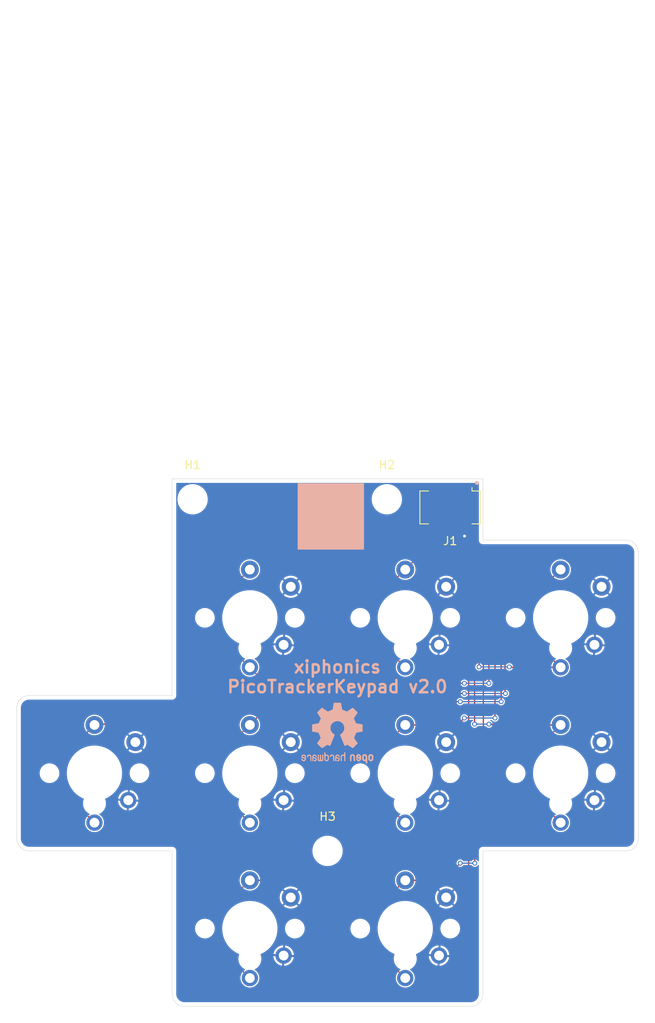
<source format=kicad_pcb>
(kicad_pcb (version 20240108) (generator "pcbnew") (generator_version "8.0")
  (layers (0 "F.Cu" signal) (31 "B.Cu" signal) (34 "B.Paste" user) (35 "F.Paste" user) (36 "B.SilkS" user "B.Silkscreen") (37 "F.SilkS" user "F.Silkscreen") (38 "B.Mask" user) (39 "F.Mask" user) (44 "Edge.Cuts" user))
  (net 0 "")
  (net 1 "GND")
  (net 2 "+3.3V")
  (net 12 "/INPUT_LEFT")
  (net 13 "/INPUT_NAV")
  (net 14 "/INPUT_RIGHT")
  (net 15 "/INPUT_UP")
  (net 16 "/INPUT_EDIT")
  (net 17 "/INPUT_ALT")
  (net 18 "/INPUT_DOWN")
  (net 19 "/INPUT_PLAY")
  (net 20 "/INPUT_ENTER")
  (footprint "MountingHole:MountingHole_3.2mm_M3" (layer "F.Cu") (at 40 104)
    (property "Reference" "H3" (at 0 -4.2 0) (layer "F.SilkS"))
    (property "Value" "MountingHole")
    (pad "" np_thru_hole circle (at 0 0) (size 3.2 3.2) (drill 3.2) (layers "*.Cu" "*.Mask"))
  )
  (footprint "project:Cherry-MX-Low-Profile-kailh" (layer "F.Cu") (at 30.5 94.5)
    (property "Reference" "SW4")
    (property "Value" "DOWN" (hide yes))
    (pad "" np_thru_hole circle (at -5.5 0) (size 1.9 1.9) (drill 1.9) (layers "F&B.Cu" "*.Mask"))
    (pad "" np_thru_hole circle (at 0 0 180) (size 6.25 6.25) (drill 6.25) (layers "*.Cu" "*.Mask"))
    (pad "" np_thru_hole circle (at 0 3.7 180) (size 2.3 2.3) (drill 2.3) (layers "*.Cu" "*.Mask"))
    (pad "" np_thru_hole circle (at 5.5 0) (size 1.9 1.9) (drill 1.9) (layers "F&B.Cu" "*.Mask"))
    (pad "1" thru_hole circle (at 0 -5.9) (size 2.2 2.2) (drill 1.2) (layers "*.Cu" "*.Mask") (net 18 "/INPUT_DOWN"))
    (pad "1" thru_hole circle (at 0 6.05 180) (size 2 2) (drill 1.2) (layers "*.Cu" "*.Mask") (net 18 "/INPUT_DOWN"))
    (pad "2" thru_hole circle (at 4.13 3.3 41.9) (size 2 2) (drill 1.2) (layers "*.Cu" "*.Mask") (net 1 "GND"))
    (pad "2" thru_hole circle (at 5 -3.8) (size 2.2 2.2) (drill 1.2) (layers "*.Cu" "*.Mask") (net 1 "GND"))
  )
  (footprint "project:Cherry-MX-Low-Profile-kailh" (layer "F.Cu") (at 49.5 75.5)
    (property "Reference" "SW11")
    (property "Value" "PLAY" (hide yes))
    (pad "" np_thru_hole circle (at -5.5 0) (size 1.9 1.9) (drill 1.9) (layers "F&B.Cu" "*.Mask"))
    (pad "" np_thru_hole circle (at 0 0 180) (size 6.25 6.25) (drill 6.25) (layers "*.Cu" "*.Mask"))
    (pad "" np_thru_hole circle (at 0 3.7 180) (size 2.3 2.3) (drill 2.3) (layers "*.Cu" "*.Mask"))
    (pad "" np_thru_hole circle (at 5.5 0) (size 1.9 1.9) (drill 1.9) (layers "F&B.Cu" "*.Mask"))
    (pad "1" thru_hole circle (at 0 -5.9) (size 2.2 2.2) (drill 1.2) (layers "*.Cu" "*.Mask") (net 19 "/INPUT_PLAY"))
    (pad "1" thru_hole circle (at 0 6.05 180) (size 2 2) (drill 1.2) (layers "*.Cu" "*.Mask") (net 19 "/INPUT_PLAY"))
    (pad "2" thru_hole circle (at 4.13 3.3 41.9) (size 2 2) (drill 1.2) (layers "*.Cu" "*.Mask") (net 1 "GND"))
    (pad "2" thru_hole circle (at 5 -3.8) (size 2.2 2.2) (drill 1.2) (layers "*.Cu" "*.Mask") (net 1 "GND"))
  )
  (footprint "project:Cherry-MX-Low-Profile-kailh" (layer "F.Cu") (at 11.5 94.5)
    (property "Reference" "SW3")
    (property "Value" "LEFT" (hide yes))
    (pad "" np_thru_hole circle (at -5.5 0) (size 1.9 1.9) (drill 1.9) (layers "F&B.Cu" "*.Mask"))
    (pad "" np_thru_hole circle (at 0 0 180) (size 6.25 6.25) (drill 6.25) (layers "*.Cu" "*.Mask"))
    (pad "" np_thru_hole circle (at 0 3.7 180) (size 2.3 2.3) (drill 2.3) (layers "*.Cu" "*.Mask"))
    (pad "" np_thru_hole circle (at 5.5 0) (size 1.9 1.9) (drill 1.9) (layers "F&B.Cu" "*.Mask"))
    (pad "1" thru_hole circle (at 0 -5.9) (size 2.2 2.2) (drill 1.2) (layers "*.Cu" "*.Mask") (net 12 "/INPUT_LEFT"))
    (pad "1" thru_hole circle (at 0 6.05 180) (size 2 2) (drill 1.2) (layers "*.Cu" "*.Mask") (net 12 "/INPUT_LEFT"))
    (pad "2" thru_hole circle (at 4.13 3.3 41.9) (size 2 2) (drill 1.2) (layers "*.Cu" "*.Mask") (net 1 "GND"))
    (pad "2" thru_hole circle (at 5 -3.8) (size 2.2 2.2) (drill 1.2) (layers "*.Cu" "*.Mask") (net 1 "GND"))
  )
  (footprint "project:Cherry-MX-Low-Profile-kailh" (layer "F.Cu") (at 30.5 75.5)
    (property "Reference" "SW6")
    (property "Value" "UP" (hide yes))
    (pad "" np_thru_hole circle (at -5.5 0) (size 1.9 1.9) (drill 1.9) (layers "F&B.Cu" "*.Mask"))
    (pad "" np_thru_hole circle (at 0 0 180) (size 6.25 6.25) (drill 6.25) (layers "*.Cu" "*.Mask"))
    (pad "" np_thru_hole circle (at 0 3.7 180) (size 2.3 2.3) (drill 2.3) (layers "*.Cu" "*.Mask"))
    (pad "" np_thru_hole circle (at 5.5 0) (size 1.9 1.9) (drill 1.9) (layers "F&B.Cu" "*.Mask"))
    (pad "1" thru_hole circle (at 0 -5.9) (size 2.2 2.2) (drill 1.2) (layers "*.Cu" "*.Mask") (net 15 "/INPUT_UP"))
    (pad "1" thru_hole circle (at 0 6.05 180) (size 2 2) (drill 1.2) (layers "*.Cu" "*.Mask") (net 15 "/INPUT_UP"))
    (pad "2" thru_hole circle (at 4.13 3.3 41.9) (size 2 2) (drill 1.2) (layers "*.Cu" "*.Mask") (net 1 "GND"))
    (pad "2" thru_hole circle (at 5 -3.8) (size 2.2 2.2) (drill 1.2) (layers "*.Cu" "*.Mask") (net 1 "GND"))
  )
  (footprint "project:Cherry-MX-Low-Profile-kailh" (layer "F.Cu") (at 68.5 75.5)
    (property "Reference" "SW8")
    (property "Value" "EDIT" (hide yes))
    (pad "" np_thru_hole circle (at -5.5 0) (size 1.9 1.9) (drill 1.9) (layers "F&B.Cu" "*.Mask"))
    (pad "" np_thru_hole circle (at 0 0 180) (size 6.25 6.25) (drill 6.25) (layers "*.Cu" "*.Mask"))
    (pad "" np_thru_hole circle (at 0 3.7 180) (size 2.3 2.3) (drill 2.3) (layers "*.Cu" "*.Mask"))
    (pad "" np_thru_hole circle (at 5.5 0) (size 1.9 1.9) (drill 1.9) (layers "F&B.Cu" "*.Mask"))
    (pad "1" thru_hole circle (at 0 -5.9) (size 2.2 2.2) (drill 1.2) (layers "*.Cu" "*.Mask") (net 16 "/INPUT_EDIT"))
    (pad "1" thru_hole circle (at 0 6.05 180) (size 2 2) (drill 1.2) (layers "*.Cu" "*.Mask") (net 16 "/INPUT_EDIT"))
    (pad "2" thru_hole circle (at 4.13 3.3 41.9) (size 2 2) (drill 1.2) (layers "*.Cu" "*.Mask") (net 1 "GND"))
    (pad "2" thru_hole circle (at 5 -3.8) (size 2.2 2.2) (drill 1.2) (layers "*.Cu" "*.Mask") (net 1 "GND"))
  )
  (footprint "MountingHole:MountingHole_3.2mm_M3" (layer "F.Cu") (at 47.25 61)
    (property "Reference" "H2" (at 0 -4.2 0) (layer "F.SilkS"))
    (property "Value" "MountingHole")
    (pad "" np_thru_hole circle (at 0 0) (size 3.2 3.2) (drill 3.2) (layers "*.Cu" "*.Mask"))
  )
  (footprint "project:Cherry-MX-Low-Profile-kailh" (layer "F.Cu") (at 49.5 94.5)
    (property "Reference" "SW5")
    (property "Value" "RIGHT" (hide yes))
    (pad "" np_thru_hole circle (at -5.5 0) (size 1.9 1.9) (drill 1.9) (layers "F&B.Cu" "*.Mask"))
    (pad "" np_thru_hole circle (at 0 0 180) (size 6.25 6.25) (drill 6.25) (layers "*.Cu" "*.Mask"))
    (pad "" np_thru_hole circle (at 0 3.7 180) (size 2.3 2.3) (drill 2.3) (layers "*.Cu" "*.Mask"))
    (pad "" np_thru_hole circle (at 5.5 0) (size 1.9 1.9) (drill 1.9) (layers "F&B.Cu" "*.Mask"))
    (pad "1" thru_hole circle (at 0 -5.9) (size 2.2 2.2) (drill 1.2) (layers "*.Cu" "*.Mask") (net 14 "/INPUT_RIGHT"))
    (pad "1" thru_hole circle (at 0 6.05 180) (size 2 2) (drill 1.2) (layers "*.Cu" "*.Mask") (net 14 "/INPUT_RIGHT"))
    (pad "2" thru_hole circle (at 4.13 3.3 41.9) (size 2 2) (drill 1.2) (layers "*.Cu" "*.Mask") (net 1 "GND"))
    (pad "2" thru_hole circle (at 5 -3.8) (size 2.2 2.2) (drill 1.2) (layers "*.Cu" "*.Mask") (net 1 "GND"))
  )
  (footprint "project:Cherry-MX-Low-Profile-kailh" (layer "F.Cu") (at 49.5 113.5)
    (property "Reference" "SW10")
    (property "Value" "NAV" (hide yes))
    (pad "" np_thru_hole circle (at -5.5 0) (size 1.9 1.9) (drill 1.9) (layers "F&B.Cu" "*.Mask"))
    (pad "" np_thru_hole circle (at 0 0 180) (size 6.25 6.25) (drill 6.25) (layers "*.Cu" "*.Mask"))
    (pad "" np_thru_hole circle (at 0 3.7 180) (size 2.3 2.3) (drill 2.3) (layers "*.Cu" "*.Mask"))
    (pad "" np_thru_hole circle (at 5.5 0) (size 1.9 1.9) (drill 1.9) (layers "F&B.Cu" "*.Mask"))
    (pad "1" thru_hole circle (at 0 -5.9) (size 2.2 2.2) (drill 1.2) (layers "*.Cu" "*.Mask") (net 13 "/INPUT_NAV"))
    (pad "1" thru_hole circle (at 0 6.05 180) (size 2 2) (drill 1.2) (layers "*.Cu" "*.Mask") (net 13 "/INPUT_NAV"))
    (pad "2" thru_hole circle (at 4.13 3.3 41.9) (size 2 2) (drill 1.2) (layers "*.Cu" "*.Mask") (net 1 "GND"))
    (pad "2" thru_hole circle (at 5 -3.8) (size 2.2 2.2) (drill 1.2) (layers "*.Cu" "*.Mask") (net 1 "GND"))
  )
  (footprint "project:Cherry-MX-Low-Profile-kailh" (layer "F.Cu") (at 68.5 94.5)
    (property "Reference" "SW9")
    (property "Value" "ENTER" (hide yes))
    (pad "" np_thru_hole circle (at -5.5 0) (size 1.9 1.9) (drill 1.9) (layers "F&B.Cu" "*.Mask"))
    (pad "" np_thru_hole circle (at 0 0 180) (size 6.25 6.25) (drill 6.25) (layers "*.Cu" "*.Mask"))
    (pad "" np_thru_hole circle (at 0 3.7 180) (size 2.3 2.3) (drill 2.3) (layers "*.Cu" "*.Mask"))
    (pad "" np_thru_hole circle (at 5.5 0) (size 1.9 1.9) (drill 1.9) (layers "F&B.Cu" "*.Mask"))
    (pad "1" thru_hole circle (at 0 -5.9) (size 2.2 2.2) (drill 1.2) (layers "*.Cu" "*.Mask") (net 20 "/INPUT_ENTER"))
    (pad "1" thru_hole circle (at 0 6.05 180) (size 2 2) (drill 1.2) (layers "*.Cu" "*.Mask") (net 20 "/INPUT_ENTER"))
    (pad "2" thru_hole circle (at 4.13 3.3 41.9) (size 2 2) (drill 1.2) (layers "*.Cu" "*.Mask") (net 1 "GND"))
    (pad "2" thru_hole circle (at 5 -3.8) (size 2.2 2.2) (drill 1.2) (layers "*.Cu" "*.Mask") (net 1 "GND"))
  )
  (footprint "project:Cherry-MX-Low-Profile-kailh" (layer "F.Cu") (at 30.5 113.5)
    (property "Reference" "SW7")
    (property "Value" "ALT" (hide yes))
    (pad "" np_thru_hole circle (at -5.5 0) (size 1.9 1.9) (drill 1.9) (layers "F&B.Cu" "*.Mask"))
    (pad "" np_thru_hole circle (at 0 0 180) (size 6.25 6.25) (drill 6.25) (layers "*.Cu" "*.Mask"))
    (pad "" np_thru_hole circle (at 0 3.7 180) (size 2.3 2.3) (drill 2.3) (layers "*.Cu" "*.Mask"))
    (pad "" np_thru_hole circle (at 5.5 0) (size 1.9 1.9) (drill 1.9) (layers "F&B.Cu" "*.Mask"))
    (pad "1" thru_hole circle (at 0 -5.9) (size 2.2 2.2) (drill 1.2) (layers "*.Cu" "*.Mask") (net 17 "/INPUT_ALT"))
    (pad "1" thru_hole circle (at 0 6.05 180) (size 2 2) (drill 1.2) (layers "*.Cu" "*.Mask") (net 17 "/INPUT_ALT"))
    (pad "2" thru_hole circle (at 4.13 3.3 41.9) (size 2 2) (drill 1.2) (layers "*.Cu" "*.Mask") (net 1 "GND"))
    (pad "2" thru_hole circle (at 5 -3.8) (size 2.2 2.2) (drill 1.2) (layers "*.Cu" "*.Mask") (net 1 "GND"))
  )
  (footprint "Connector_Hirose:Hirose_DF12_DF12E3.0-20DP-0.5V_2x10_P0.50mm_Vertical" (layer "F.Cu") (at 55 62 180)
    (property "Reference" "J1" (at 0 -4.1 0) (layer "F.SilkS"))
    (property "Value" "DF12NC(5.0)-20DP-0.5V(51)")
    (pad "1" smd rect (at -2.25 1.8 180) (size 0.3 1.6) (layers "F.Cu" "F.Mask") (net 2 "+3.3V"))
    (pad "2" smd rect (at -1.75 1.8 180) (size 0.3 1.6) (layers "F.Cu" "F.Mask") (net 12 "/INPUT_LEFT"))
    (pad "3" smd rect (at -1.25 1.8 180) (size 0.3 1.6) (layers "F.Cu" "F.Mask") (net 18 "/INPUT_DOWN"))
    (pad "4" smd rect (at -0.75 1.8 180) (size 0.3 1.6) (layers "F.Cu" "F.Mask") (net 14 "/INPUT_RIGHT"))
    (pad "5" smd rect (at -0.25 1.8 180) (size 0.3 1.6) (layers "F.Cu" "F.Mask") (net 15 "/INPUT_UP"))
    (pad "6" smd rect (at 0.25 1.8 180) (size 0.3 1.6) (layers "F.Cu" "F.Mask") (net 17 "/INPUT_ALT"))
    (pad "7" smd rect (at 0.75 1.8 180) (size 0.3 1.6) (layers "F.Cu" "F.Mask") (net 16 "/INPUT_EDIT"))
    (pad "8" smd rect (at 1.25 1.8 180) (size 0.3 1.6) (layers "F.Cu" "F.Mask") (net 20 "/INPUT_ENTER"))
    (pad "9" smd rect (at 1.75 1.8 180) (size 0.3 1.6) (layers "F.Cu" "F.Mask") (net 13 "/INPUT_NAV"))
    (pad "10" smd rect (at 2.25 1.8 180) (size 0.3 1.6) (layers "F.Cu" "F.Mask") (net 19 "/INPUT_PLAY"))
    (pad "11" smd rect (at -2.25 -1.8 180) (size 0.3 1.6) (layers "F.Cu" "F.Mask") (net 1 "GND"))
    (pad "12" smd rect (at -1.75 -1.8 180) (size 0.3 1.6) (layers "F.Cu" "F.Mask"))
    (pad "13" smd rect (at -1.25 -1.8 180) (size 0.3 1.6) (layers "F.Cu" "F.Mask"))
    (pad "14" smd rect (at -0.75 -1.8 180) (size 0.3 1.6) (layers "F.Cu" "F.Mask"))
    (pad "15" smd rect (at -0.25 -1.8 180) (size 0.3 1.6) (layers "F.Cu" "F.Mask"))
    (pad "16" smd rect (at 0.25 -1.8 180) (size 0.3 1.6) (layers "F.Cu" "F.Mask"))
    (pad "17" smd rect (at 0.75 -1.8 180) (size 0.3 1.6) (layers "F.Cu" "F.Mask"))
    (pad "18" smd rect (at 1.25 -1.8 180) (size 0.3 1.6) (layers "F.Cu" "F.Mask"))
    (pad "19" smd rect (at 1.75 -1.8 180) (size 0.3 1.6) (layers "F.Cu" "F.Mask"))
    (pad "20" smd rect (at 2.25 -1.8 180) (size 0.3 1.6) (layers "F.Cu" "F.Mask"))
  )
  (footprint "MountingHole:MountingHole_3.2mm_M3" (layer "F.Cu") (at 23.5 61)
    (property "Reference" "H1" (at 0 -4.2 0) (layer "F.SilkS"))
    (property "Value" "MountingHole")
    (pad "" np_thru_hole circle (at 0 0) (size 3.2 3.2) (drill 3.2) (layers "*.Cu" "*.Mask"))
  )
  (footprint "Symbol:OSHW-Logo2_9.8x8mm_SilkScreen" (layer "B.Cu") (at 41.2 89.6 180)
    (property "Reference" "REF**" (hide yes))
    (property "Value" "OSHW-Logo2_9.8x8mm_SilkScreen" (hide yes))
  )
  (gr_circle (center 58.25 59) (end 58.070395 59) (stroke (width 0.12)) (fill solid) (layer "B.SilkS"))
  (gr_rect (start 36.4 59.1) (end 44.4 67.1) (stroke (width 0.12)) (fill solid) (layer "B.SilkS"))
  (gr_line (start 76.5 104) (end 59 104) (stroke (width 0.05)) (layer "Edge.Cuts"))
  (gr_line (start 21 104) (end 21 121.5) (stroke (width 0.05)) (layer "Edge.Cuts"))
  (gr_arc (start 2 86.5) (mid 2.43934 85.43934) (end 3.5 85) (stroke (width 0.05)) (layer "Edge.Cuts"))
  (gr_arc (start 78 102.5) (mid 77.56066 103.56066) (end 76.5 104) (stroke (width 0.05)) (layer "Edge.Cuts"))
  (gr_line (start 3.5 104) (end 21 104) (stroke (width 0.05)) (layer "Edge.Cuts"))
  (gr_line (start 21 58.5) (end 59 58.5) (stroke (width 0.05)) (layer "Edge.Cuts"))
  (gr_line (start 21 58.5) (end 21 85) (stroke (width 0.05)) (layer "Edge.Cuts"))
  (gr_arc (start 22.5 123) (mid 21.43934 122.56066) (end 21 121.5) (stroke (width 0.05)) (layer "Edge.Cuts"))
  (gr_line (start 59 121.5) (end 59 104) (stroke (width 0.05)) (layer "Edge.Cuts"))
  (gr_arc (start 59 121.5) (mid 58.56066 122.56066) (end 57.5 123) (stroke (width 0.05)) (layer "Edge.Cuts"))
  (gr_line (start 21 85) (end 3.5 85) (stroke (width 0.05)) (layer "Edge.Cuts"))
  (gr_line (start 22.5 123) (end 57.5 123) (stroke (width 0.05)) (layer "Edge.Cuts"))
  (gr_line (start 2 86.5) (end 2 102.5) (stroke (width 0.05)) (layer "Edge.Cuts"))
  (gr_arc (start 3.5 104) (mid 2.43934 103.56066) (end 2 102.5) (stroke (width 0.05)) (layer "Edge.Cuts"))
  (gr_line (start 78 67.5) (end 78 102.5) (stroke (width 0.05)) (layer "Edge.Cuts"))
  (gr_line (start 59 58.5) (end 59 66) (stroke (width 0.05)) (layer "Edge.Cuts"))
  (gr_arc (start 76.5 66) (mid 77.56066 66.43934) (end 78 67.5) (stroke (width 0.05)) (layer "Edge.Cuts"))
  (gr_line (start 76.5 66) (end 59 66) (stroke (width 0.05)) (layer "Edge.Cuts"))
  (gr_text "xiphonics\nPicoTrackerKeypad v2.0" (at 41.2 84.8 0) (layer "B.SilkS") (effects (font (size 1.5 1.5) (thickness 0.3) (bold yes)) (justify bottom)))
  (segment (start 57.25 65) (end 56.75 65.5) (width 0.3) (layer "F.Cu") (net 1))
  (segment (start 57.25 63.8) (end 57.25 65) (width 0.3) (layer "F.Cu") (net 1))
  (via (at 56.75 65.5) (size 0.6) (drill 0.35) (layers "F.Cu" "B.Cu") (net 1))
  (segment (start 31.8 84.75) (end 28.05 88.5) (width 0.15) (layer "F.Cu") (net 12))
  (segment (start 56.75 60.2) (end 56.75 61.9) (width 0.15) (layer "F.Cu") (net 12))
  (segment (start 56.725 84.75) (end 31.8 84.75) (width 0.15) (layer "F.Cu") (net 12))
  (segment (start 28.05 88.5) (end 13.25 88.5) (width 0.15) (layer "F.Cu") (net 12))
  (segment (start 8.05 92.05) (end 8.05 97.1) (width 0.15) (layer "F.Cu") (net 12))
  (segment (start 58.35 66.751472) (end 61.7 70.101472) (width 0.15) (layer "F.Cu") (net 12))
  (segment (start 11.5 88.6) (end 8.05 92.05) (width 0.15) (layer "F.Cu") (net 12))
  (segment (start 58.35 62.651472) (end 58.35 66.751472) (width 0.15) (layer "F.Cu") (net 12))
  (segment (start 61.7 84.7) (end 61.7 70.5) (width 0.15) (layer "F.Cu") (net 12))
  (segment (start 56.75 61.9) (end 57 62.15) (width 0.15) (layer "F.Cu") (net 12))
  (segment (start 61.75 84.75) (end 61.7 84.7) (width 0.15) (layer "F.Cu") (net 12))
  (segment (start 57 62.15) (end 57.848528 62.15) (width 0.15) (layer "F.Cu") (net 12))
  (segment (start 13.25 88.5) (end 11.6 88.5) (width 0.15) (layer "F.Cu") (net 12))
  (segment (start 11.6 88.5) (end 11.5 88.6) (width 0.15) (layer "F.Cu") (net 12))
  (segment (start 57.848528 62.15) (end 58.35 62.651472) (width 0.15) (layer "F.Cu") (net 12))
  (segment (start 8.05 97.1) (end 11.5 100.55) (width 0.15) (layer "F.Cu") (net 12))
  (segment (start 61.7 70.101472) (end 61.7 70.5) (width 0.15) (layer "F.Cu") (net 12))
  (via (at 61.75 84.75) (size 0.6) (drill 0.35) (layers "F.Cu" "B.Cu") (net 12))
  (via (at 56.725 84.75) (size 0.6) (drill 0.35) (layers "F.Cu" "B.Cu") (net 12))
  (segment (start 61.75 84.75) (end 56.725 84.75) (width 0.15) (layer "B.Cu") (net 12))
  (segment (start 51.05 67.8) (end 52.25 69) (width 0.15) (layer "F.Cu") (net 13))
  (segment (start 56.625 107.6) (end 49.475 107.6) (width 0.15) (layer "F.Cu") (net 13))
  (segment (start 52.925 61.575) (end 51.977944 61.575) (width 0.15) (layer "F.Cu") (net 13))
  (segment (start 49.475 107.6) (end 46.025 111.05) (width 0.15) (layer "F.Cu") (net 13))
  (segment (start 57.225 77) (end 57.25 77.025) (width 0.15) (layer "F.Cu") (net 13))
  (segment (start 57.225 70.25) (end 57.225 77) (width 0.15) (layer "F.Cu") (net 13))
  (segment (start 52.25 69) (end 55.975 69) (width 0.15) (layer "F.Cu") (net 13))
  (segment (start 57.25 77.025) (end 57.25 106.975) (width 0.15) (layer "F.Cu") (net 13))
  (segment (start 53.25 60.2) (end 53.25 61.25) (width 0.15) (layer "F.Cu") (net 13))
  (segment (start 53.25 61.25) (end 52.925 61.575) (width 0.15) (layer "F.Cu") (net 13))
  (segment (start 46.025 116.1) (end 49.475 119.55) (width 0.15) (layer "F.Cu") (net 13))
  (segment (start 46.025 111.05) (end 46.025 116.1) (width 0.15) (layer "F.Cu") (net 13))
  (segment (start 55.975 69) (end 57.225 70.25) (width 0.15) (layer "F.Cu") (net 13))
  (segment (start 57.25 106.975) (end 56.625 107.6) (width 0.15) (layer "F.Cu") (net 13))
  (segment (start 51.977944 61.575) (end 51.05 62.502944) (width 0.15) (layer "F.Cu") (net 13))
  (segment (start 51.05 62.502944) (end 51.05 67.8) (width 0.15) (layer "F.Cu") (net 13))
  (segment (start 55.75 62.5) (end 56 62.75) (width 0.15) (layer "F.Cu") (net 14))
  (segment (start 56 62.75) (end 57.6 62.75) (width 0.15) (layer "F.Cu") (net 14))
  (segment (start 46.025 97.1) (end 49.475 100.55) (width 0.15) (layer "F.Cu") (net 14))
  (segment (start 49.475 88.6) (end 46.025 92.05) (width 0.15) (layer "F.Cu") (net 14))
  (segment (start 57.6 62.75) (end 57.75 62.9) (width 0.15) (layer "F.Cu") (net 14))
  (segment (start 46.025 92.05) (end 46.025 97.1) (width 0.15) (layer "F.Cu") (net 14))
  (segment (start 57.75 67) (end 60.475 69.725) (width 0.15) (layer "F.Cu") (net 14))
  (segment (start 55.875 88.6) (end 49.475 88.6) (width 0.15) (layer "F.Cu") (net 14))
  (segment (start 60.475 69.725) (end 60.475 69.75) (width 0.15) (layer "F.Cu") (net 14))
  (segment (start 57.75 62.9) (end 57.75 67) (width 0.15) (layer "F.Cu") (net 14))
  (segment (start 60.475 69.75) (end 60.475 87.75) (width 0.15) (layer "F.Cu") (net 14))
  (segment (start 55.75 60.2) (end 55.75 62.5) (width 0.15) (layer "F.Cu") (net 14))
  (segment (start 56.725 87.75) (end 55.875 88.6) (width 0.15) (layer "F.Cu") (net 14))
  (via (at 56.725 87.75) (size 0.6) (drill 0.35) (layers "F.Cu" "B.Cu") (net 14))
  (via (at 60.475 87.75) (size 0.6) (drill 0.35) (layers "F.Cu" "B.Cu") (net 14))
  (segment (start 59.725 87.75) (end 56.725 87.75) (width 0.15) (layer "B.Cu") (net 14))
  (segment (start 60.475 87.75) (end 59.725 87.75) (width 0.15) (layer "B.Cu") (net 14))
  (segment (start 59.725 71) (end 59.725 83.5) (width 0.15) (layer "F.Cu") (net 15))
  (segment (start 52.25 63) (end 52.25 65) (width 0.15) (layer "F.Cu") (net 15))
  (segment (start 32.425 83.5) (end 56.725 83.5) (width 0.15) (layer "F.Cu") (net 15))
  (segment (start 52.25 65) (end 52.25 67.25) (width 0.15) (layer "F.Cu") (net 15))
  (segment (start 27.025 78.1) (end 30.475 81.55) (width 0.15) (layer "F.Cu") (net 15))
  (segment (start 27.025 73.05) (end 27.025 78.1) (width 0.15) (layer "F.Cu") (net 15))
  (segment (start 30.475 81.55) (end 32.425 83.5) (width 0.15) (layer "F.Cu") (net 15))
  (segment (start 55.25 60.2) (end 55.25 62.5) (width 0.15) (layer "F.Cu") (net 15))
  (segment (start 52.475 62.775) (end 52.25 63) (width 0.15) (layer "F.Cu") (net 15))
  (segment (start 55 62.75) (end 54.975 62.775) (width 0.15) (layer "F.Cu") (net 15))
  (segment (start 56.547792 67.8) (end 59.725 70.977208) (width 0.15) (layer "F.Cu") (net 15))
  (segment (start 52.8 67.8) (end 56.547792 67.8) (width 0.15) (layer "F.Cu") (net 15))
  (segment (start 54.975 62.775) (end 52.475 62.775) (width 0.15) (layer "F.Cu") (net 15))
  (segment (start 55.25 62.5) (end 55 62.75) (width 0.15) (layer "F.Cu") (net 15))
  (segment (start 30.475 69.6) (end 27.025 73.05) (width 0.15) (layer "F.Cu") (net 15))
  (segment (start 59.725 70.977208) (end 59.725 71) (width 0.15) (layer "F.Cu") (net 15))
  (segment (start 52.25 67.25) (end 52.8 67.8) (width 0.15) (layer "F.Cu") (net 15))
  (via (at 56.725 83.5) (size 0.6) (drill 0.35) (layers "F.Cu" "B.Cu") (net 15))
  (via (at 59.725 83.5) (size 0.6) (drill 0.35) (layers "F.Cu" "B.Cu") (net 15))
  (segment (start 56.725 83.5) (end 59.725 83.5) (width 0.15) (layer "B.Cu") (net 15))
  (segment (start 54.25 60.2) (end 54.25 61.925) (width 0.15) (layer "F.Cu") (net 16))
  (segment (start 62.475 81.5) (end 62.525 81.55) (width 0.15) (layer "F.Cu") (net 16))
  (segment (start 68.475 81.55) (end 65.025 78.1) (width 0.15) (layer "F.Cu") (net 16))
  (segment (start 51.65 62.751472) (end 51.65 67.551472) (width 0.15) (layer "F.Cu") (net 16))
  (segment (start 54 62.175) (end 52.226472 62.175) (width 0.15) (layer "F.Cu") (net 16))
  (segment (start 62.525 81.55) (end 68.475 81.55) (width 0.15) (layer "F.Cu") (net 16))
  (segment (start 52.498528 68.4) (end 56.299264 68.4) (width 0.15) (layer "F.Cu") (net 16))
  (segment (start 58.525 71) (end 58.525 81.5) (width 0.15) (layer "F.Cu") (net 16))
  (segment (start 54.25 61.925) (end 54 62.175) (width 0.15) (layer "F.Cu") (net 16))
  (segment (start 65.025 73.05) (end 68.475 69.6) (width 0.15) (layer "F.Cu") (net 16))
  (segment (start 51.65 67.551472) (end 52.498528 68.4) (width 0.15) (layer "F.Cu") (net 16))
  (segment (start 58.525 70.625736) (end 58.525 71) (width 0.15) (layer "F.Cu") (net 16))
  (segment (start 52.226472 62.175) (end 51.65 62.751472) (width 0.15) (layer "F.Cu") (net 16))
  (segment (start 62.225 81.5) (end 62.475 81.5) (width 0.15) (layer "F.Cu") (net 16))
  (segment (start 65.025 78.1) (end 65.025 73.05) (width 0.15) (layer "F.Cu") (net 16))
  (segment (start 56.299264 68.4) (end 58.525 70.625736) (width 0.15) (layer "F.Cu") (net 16))
  (via (at 62.225 81.5) (size 0.6) (drill 0.35) (layers "F.Cu" "B.Cu") (net 16))
  (via (at 58.525 81.5) (size 0.6) (drill 0.35) (layers "F.Cu" "B.Cu") (net 16))
  (segment (start 61.225 81.5) (end 62.225 81.5) (width 0.15) (layer "B.Cu") (net 16))
  (segment (start 61.225 81.5) (end 58.525 81.5) (width 0.15) (layer "B.Cu") (net 16))
  (segment (start 54.5 62.475) (end 54.75 62.225) (width 0.15) (layer "F.Cu") (net 17))
  (segment (start 58 105.5) (end 58 90.483884) (width 0.15) (layer "F.Cu") (net 17))
  (segment (start 52.350736 62.475) (end 54.5 62.475) (width 0.15) (layer "F.Cu") (net 17))
  (segment (start 56.225 105.5) (end 55.8 105.925) (width 0.15) (layer "F.Cu") (net 17))
  (segment (start 59.05 70.726472) (end 56.423528 68.1) (width 0.15) (layer "F.Cu") (net 17))
  (segment (start 55.8 105.925) (end 46.475 105.925) (width 0.15) (layer "F.Cu") (net 17))
  (segment (start 27.025 116.1) (end 30.475 119.55) (width 0.15) (layer "F.Cu") (net 17))
  (segment (start 30.475 107.6) (end 44.8 107.6) (width 0.15) (layer "F.Cu") (net 17))
  (segment (start 59.05 89.433884) (end 59.05 70.726472) (width 0.15) (layer "F.Cu") (net 17))
  (segment (start 56.423528 68.1) (end 52.622792 68.1) (width 0.15) (layer "F.Cu") (net 17))
  (segment (start 30.475 107.6) (end 27.025 111.05) (width 0.15) (layer "F.Cu") (net 17))
  (segment (start 27.025 111.05) (end 27.025 116.1) (width 0.15) (layer "F.Cu") (net 17))
  (segment (start 58 90.483884) (end 59.05 89.433884) (width 0.15) (layer "F.Cu") (net 17))
  (segment (start 51.95 67.427208) (end 51.95 62.875736) (width 0.15) (layer "F.Cu") (net 17))
  (segment (start 54.75 62.225) (end 54.75 60.2) (width 0.15) (layer "F.Cu") (net 17))
  (segment (start 51.95 62.875736) (end 52.350736 62.475) (width 0.15) (layer "F.Cu") (net 17))
  (segment (start 52.622792 68.1) (end 51.95 67.427208) (width 0.15) (layer "F.Cu") (net 17))
  (segment (start 44.8 107.6) (end 46.475 105.925) (width 0.15) (layer "F.Cu") (net 17))
  (via (at 56.225 105.5) (size 0.6) (drill 0.35) (layers "F.Cu" "B.Cu") (net 17))
  (via (at 58 105.5) (size 0.6) (drill 0.35) (layers "F.Cu" "B.Cu") (net 17))
  (segment (start 56.25 105.475) (end 56.225 105.5) (width 0.15) (layer "B.Cu") (net 17))
  (segment (start 56.225 105.5) (end 58 105.5) (width 0.15) (layer "B.Cu") (net 17))
  (segment (start 27.025 97.1) (end 30.475 100.55) (width 0.15) (layer "F.Cu") (net 18))
  (segment (start 56.225 85.75) (end 33.325 85.75) (width 0.15) (layer "F.Cu") (net 18))
  (segment (start 58.05 62.775736) (end 58.05 66.875736) (width 0.15) (layer "F.Cu") (net 18))
  (segment (start 61.225 70.050736) (end 61.225 70.75) (width 0.15) (layer "F.Cu") (net 18))
  (segment (start 56.5 62.45) (end 57.724264 62.45) (width 0.15) (layer "F.Cu") (net 18))
  (segment (start 56.25 62.2) (end 56.5 62.45) (width 0.15) (layer "F.Cu") (net 18))
  (segment (start 58.05 66.875736) (end 61.225 70.050736) (width 0.15) (layer "F.Cu") (net 18))
  (segment (start 61.225 80.75) (end 61.225 85.75) (width 0.15) (layer "F.Cu") (net 18))
  (segment (start 33.325 85.75) (end 30.475 88.6) (width 0.15) (layer "F.Cu") (net 18))
  (segment (start 57.724264 62.45) (end 58.05 62.775736) (width 0.15) (layer "F.Cu") (net 18))
  (segment (start 27.025 92.05) (end 27.025 97.1) (width 0.15) (layer "F.Cu") (net 18))
  (segment (start 30.475 88.6) (end 27.025 92.05) (width 0.15) (layer "F.Cu") (net 18))
  (segment (start 56.25 60.2) (end 56.25 62.2) (width 0.15) (layer "F.Cu") (net 18))
  (segment (start 61.225 70.75) (end 61.225 80.75) (width 0.15) (layer "F.Cu") (net 18))
  (via (at 56.225 85.75) (size 0.6) (drill 0.35) (layers "F.Cu" "B.Cu") (net 18))
  (via (at 61.225 85.75) (size 0.6) (drill 0.35) (layers "F.Cu" "B.Cu") (net 18))
  (segment (start 61.225 85.75) (end 56.225 85.75) (width 0.15) (layer "B.Cu") (net 18))
  (segment (start 50.75 62.37868) (end 50.75 68.35) (width 0.15) (layer "F.Cu") (net 19))
  (segment (start 46.025 73.05) (end 46.025 78.1) (width 0.15) (layer "F.Cu") (net 19))
  (segment (start 46.025 78.1) (end 49.475 81.55) (width 0.15) (layer "F.Cu") (net 19))
  (segment (start 52.75 60.37868) (end 50.75 62.37868) (width 0.15) (layer "F.Cu") (net 19))
  (segment (start 52.75 60.2) (end 52.75 60.37868) (width 0.15) (layer "F.Cu") (net 19))
  (segment (start 49.475 69.6) (end 46.025 73.05) (width 0.15) (layer "F.Cu") (net 19))
  (segment (start 50.75 68.35) (end 49.5 69.6) (width 0.15) (layer "F.Cu") (net 19))
  (segment (start 65.025 97.1) (end 68.475 100.55) (width 0.15) (layer "F.Cu") (net 20))
  (segment (start 56.175 68.7) (end 57.975 70.5) (width 0.15) (layer "F.Cu") (net 20))
  (segment (start 60.071514 88.5) (end 60.171514 88.6) (width 0.15) (layer "F.Cu") (net 20))
  (segment (start 52.374264 68.7) (end 56.175 68.7) (width 0.15) (layer "F.Cu") (net 20))
  (segment (start 53.75 61.625) (end 53.5 61.875) (width 0.15) (layer "F.Cu") (net 20))
  (segment (start 65.025 92.05) (end 65.025 97.1) (width 0.15) (layer "F.Cu") (net 20))
  (segment (start 68.475 88.6) (end 65.025 92.05) (width 0.15) (layer "F.Cu") (net 20))
  (segment (start 59.725 88.5) (end 60.071514 88.5) (width 0.15) (layer "F.Cu") (net 20))
  (segment (start 68.475 88.6) (end 60.278486 88.6) (width 0.15) (layer "F.Cu") (net 20))
  (segment (start 52.102208 61.875) (end 51.35 62.627208) (width 0.15) (layer "F.Cu") (net 20))
  (segment (start 51.35 62.627208) (end 51.35 67.675736) (width 0.15) (layer "F.Cu") (net 20))
  (segment (start 60.171514 88.6) (end 68.475 88.6) (width 0.15) (layer "F.Cu") (net 20))
  (segment (start 53.75 60.2) (end 53.75 61.625) (width 0.15) (layer "F.Cu") (net 20))
  (segment (start 53.5 61.875) (end 52.102208 61.875) (width 0.15) (layer "F.Cu") (net 20))
  (segment (start 57.975 70.5) (end 57.975 88.5) (width 0.15) (layer "F.Cu") (net 20))
  (segment (start 51.35 67.675736) (end 52.374264 68.7) (width 0.15) (layer "F.Cu") (net 20))
  (via (at 59.725 88.5) (size 0.6) (drill 0.35) (layers "F.Cu" "B.Cu") (net 20))
  (via (at 57.975 88.5) (size 0.6) (drill 0.35) (layers "F.Cu" "B.Cu") (net 20))
  (segment (start 57.975 88.5) (end 59.725 88.5) (width 0.15) (layer "B.Cu") (net 20))
  (zone (net 1) (net_name "GND") (layer "B.Cu") (connect_pads (clearance 0.127)) (min_thickness 0.127) (fill yes (thermal_gap 0.25) (thermal_bridge_width 0.25))
    (polygon (pts (xy 78.25 58) (xy 1.75 58) (xy 2 123) (xy 78 123)))
  )
)
</source>
